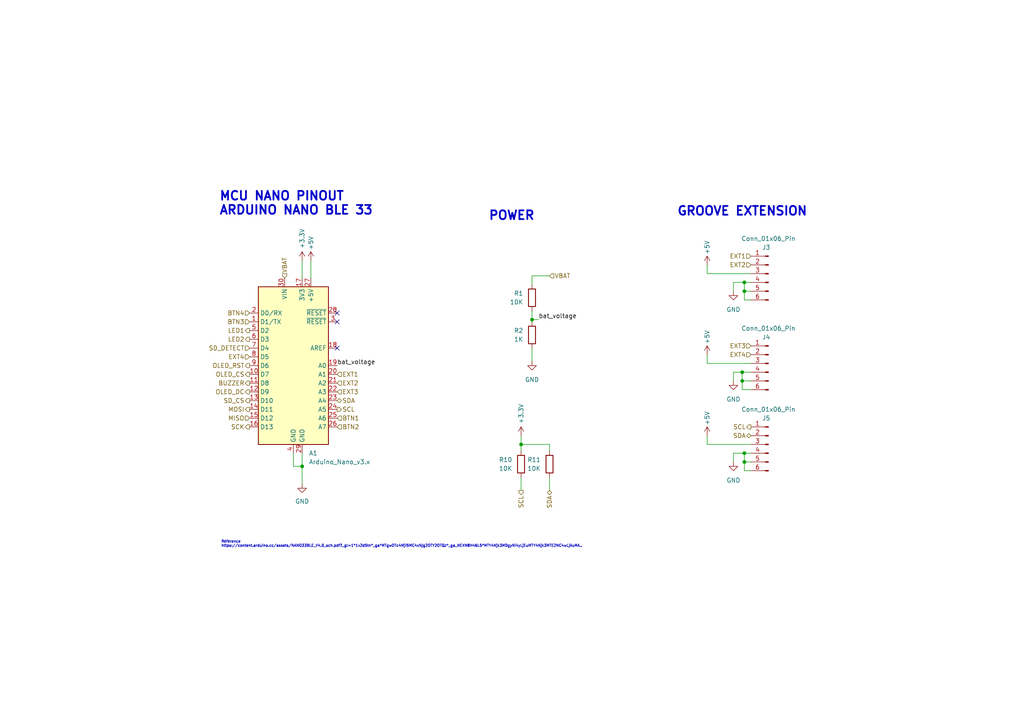
<source format=kicad_sch>
(kicad_sch (version 20250114) (generator "eeschema") (generator_version "9.0")
  (paper "A4")
  (title_block (date "2025-06-05") (rev "1.1") (company "IngRéadapt UL") (comment 1 "Autheur : Marc-Antoine Guay"))
  (lib_symbols
    (symbol "Connector:Conn_01x06_Pin" (pin_names (offset 1.016) (hide yes))
      (property "Reference" "J" (at 0 7.62 0))
      (property "Value" "Conn_01x06_Pin" (at 0 -10.16 0))
      (symbol "Conn_01x06_Pin_1_1"
        (rectangle (start 0.8636 5.207) (end 0 4.953) (stroke (width 0.1524)) (fill (type outline)))
        (rectangle (start 0.8636 2.667) (end 0 2.413) (stroke (width 0.1524)) (fill (type outline)))
        (rectangle (start 0.8636 0.127) (end 0 -0.127) (stroke (width 0.1524)) (fill (type outline)))
        (rectangle (start 0.8636 -2.413) (end 0 -2.667) (stroke (width 0.1524)) (fill (type outline)))
        (rectangle (start 0.8636 -4.953) (end 0 -5.207) (stroke (width 0.1524)) (fill (type outline)))
        (rectangle (start 0.8636 -7.493) (end 0 -7.747) (stroke (width 0.1524)) (fill (type outline)))
        (polyline (pts (xy 1.27 5.08) (xy 0.8636 5.08)) (stroke (width 0.1524)))
        (polyline (pts (xy 1.27 2.54) (xy 0.8636 2.54)) (stroke (width 0.1524)))
        (polyline (pts (xy 1.27 0) (xy 0.8636 0)) (stroke (width 0.1524)))
        (polyline (pts (xy 1.27 -2.54) (xy 0.8636 -2.54)) (stroke (width 0.1524)))
        (polyline (pts (xy 1.27 -5.08) (xy 0.8636 -5.08)) (stroke (width 0.1524)))
        (polyline (pts (xy 1.27 -7.62) (xy 0.8636 -7.62)) (stroke (width 0.1524)))
        (pin passive line (at 5.08 5.08 180) (length 3.81) (name "Pin_1") (number "1"))
        (pin passive line (at 5.08 2.54 180) (length 3.81) (name "Pin_2") (number "2"))
        (pin passive line (at 5.08 0 180) (length 3.81) (name "Pin_3") (number "3"))
        (pin passive line (at 5.08 -2.54 180) (length 3.81) (name "Pin_4") (number "4"))
        (pin passive line (at 5.08 -5.08 180) (length 3.81) (name "Pin_5") (number "5"))
        (pin passive line (at 5.08 -7.62 180) (length 3.81) (name "Pin_6") (number "6"))
      )
    )
    (symbol "Device:R" (pin_numbers (hide yes)) (pin_names (offset 0))
      (property "Reference" "R" (at 2.032 0 90))
      (property "Value" "R" (at 0 0 90))
      (symbol "R_0_1"
        (rectangle (start -1.016 -2.54) (end 1.016 2.54) (stroke (width 0.254)))
      )
      (symbol "R_1_1"
        (pin passive line (at 0 3.81 270) (length 1.27) (name "~") (number "1"))
        (pin passive line (at 0 -3.81 90) (length 1.27) (name "~") (number "2"))
      )
    )
    (symbol "MCU_Module:Arduino_Nano_v3.x"
      (property "Reference" "A" (at -10.16 23.495 0))
      (property "Value" "Arduino_Nano_v3.x" (at 5.08 -24.13 0))
      (symbol "Arduino_Nano_v3.x_0_1"
        (rectangle (start -10.16 22.86) (end 10.16 -22.86) (stroke (width 0.254)) (fill (type background)))
      )
      (symbol "Arduino_Nano_v3.x_1_1"
        (pin bidirectional line (at -12.7 15.24 0) (length 2.54) (name "D0/RX") (number "2"))
        (pin bidirectional line (at -12.7 12.7 0) (length 2.54) (name "D1/TX") (number "1"))
        (pin bidirectional line (at -12.7 10.16 0) (length 2.54) (name "D2") (number "5"))
        (pin bidirectional line (at -12.7 7.62 0) (length 2.54) (name "D3") (number "6"))
        (pin bidirectional line (at -12.7 5.08 0) (length 2.54) (name "D4") (number "7"))
        (pin bidirectional line (at -12.7 2.54 0) (length 2.54) (name "D5") (number "8"))
        (pin bidirectional line (at -12.7 0 0) (length 2.54) (name "D6") (number "9"))
        (pin bidirectional line (at -12.7 -2.54 0) (length 2.54) (name "D7") (number "10"))
        (pin bidirectional line (at -12.7 -5.08 0) (length 2.54) (name "D8") (number "11"))
        (pin bidirectional line (at -12.7 -7.62 0) (length 2.54) (name "D9") (number "12"))
        (pin bidirectional line (at -12.7 -10.16 0) (length 2.54) (name "D10") (number "13"))
        (pin bidirectional line (at -12.7 -12.7 0) (length 2.54) (name "D11") (number "14"))
        (pin bidirectional line (at -12.7 -15.24 0) (length 2.54) (name "D12") (number "15"))
        (pin bidirectional line (at -12.7 -17.78 0) (length 2.54) (name "D13") (number "16"))
        (pin power_in line (at -2.54 25.4 270) (length 2.54) (name "VIN") (number "30"))
        (pin power_in line (at 0 -25.4 90) (length 2.54) (name "GND") (number "4"))
        (pin power_out line (at 2.54 25.4 270) (length 2.54) (name "3V3") (number "17"))
        (pin power_in line (at 2.54 -25.4 90) (length 2.54) (name "GND") (number "29"))
        (pin power_out line (at 5.08 25.4 270) (length 2.54) (name "+5V") (number "27"))
        (pin input line (at 12.7 15.24 180) (length 2.54) (name "~{RESET}") (number "28"))
        (pin input line (at 12.7 12.7 180) (length 2.54) (name "~{RESET}") (number "3"))
        (pin input line (at 12.7 5.08 180) (length 2.54) (name "AREF") (number "18"))
        (pin bidirectional line (at 12.7 0 180) (length 2.54) (name "A0") (number "19"))
        (pin bidirectional line (at 12.7 -2.54 180) (length 2.54) (name "A1") (number "20"))
        (pin bidirectional line (at 12.7 -5.08 180) (length 2.54) (name "A2") (number "21"))
        (pin bidirectional line (at 12.7 -7.62 180) (length 2.54) (name "A3") (number "22"))
        (pin bidirectional line (at 12.7 -10.16 180) (length 2.54) (name "A4") (number "23"))
        (pin bidirectional line (at 12.7 -12.7 180) (length 2.54) (name "A5") (number "24"))
        (pin bidirectional line (at 12.7 -15.24 180) (length 2.54) (name "A6") (number "25"))
        (pin bidirectional line (at 12.7 -17.78 180) (length 2.54) (name "A7") (number "26"))
      )
    )
    (symbol "power:+3.3V" (power) (pin_names (offset 0))
      (property "Value" "+3.3V" (at 0 3.556 0))
      (symbol "+3.3V_0_1"
        (polyline (pts (xy -0.762 1.27) (xy 0 2.54)))
        (polyline (pts (xy 0 2.54) (xy 0.762 1.27)))
        (polyline (pts (xy 0 0) (xy 0 2.54)))
      )
      (symbol "+3.3V_1_1"
        (pin power_in line (at 0 0 90) (length 0) (hide yes) (name "+3.3V") (number "1"))
      )
    )
    (symbol "power:+5V" (power) (pin_names (offset 0))
      (property "Value" "+5V" (at 0 3.556 0))
      (symbol "+5V_0_1"
        (polyline (pts (xy -0.762 1.27) (xy 0 2.54)))
        (polyline (pts (xy 0 2.54) (xy 0.762 1.27)))
        (polyline (pts (xy 0 0) (xy 0 2.54)))
      )
      (symbol "+5V_1_1"
        (pin power_in line (at 0 0 90) (length 0) (hide yes) (name "+5V") (number "1"))
      )
    )
    (symbol "power:GND" (power) (pin_names (offset 0))
      (property "Value" "GND" (at 0 -3.81 0))
      (symbol "GND_0_1"
        (polyline (pts (xy 0 0) (xy 0 -1.27) (xy 1.27 -1.27) (xy 0 -2.54) (xy -1.27 -1.27) (xy 0 -1.27)))
      )
      (symbol "GND_1_1"
        (pin power_in line (at 0 0 270) (length 0) (hide yes) (name "GND") (number "1"))
      )
    )
  )
  (text "MCU NANO PINOUT\nARDUINO NANO BLE 33\n\n" (at 63.5 66.675 0) (effects (font (size 2.54 2.54) (thickness 0.508) (bold yes)) (justify left bottom)))
  (text "Référence\nhttps://content.arduino.cc/assets/NANO33BLE_V4.0_sch.pdf?_gl=1*1v2d5tn*_ga*MTgwOTc4MjI5MC4xNjg2OTY2OTQz*_ga_NEXN8H46L5*MTY4Njk3MDgyNi4yLjEuMTY4Njk3MTE2NC4wLjAuMA.." (at 64.135 158.877 0) (effects (font (size 0.75 0.75)) (justify left bottom)))
  (text "GROOVE EXTENSION" (at 234.315 62.865 0) (effects (font (size 2.54 2.54) (thickness 0.508) (bold yes)) (justify right bottom)))
  (text "POWER" (at 141.605 64.135 0) (effects (font (size 2.54 2.54) (thickness 0.508) (bold yes)) (justify left bottom)))
  (junction (at 154.305 92.71))
  (junction (at 215.9 81.915))
  (junction (at 87.63 135.255))
  (junction (at 215.9 133.985))
  (junction (at 215.9 131.445))
  (junction (at 215.9 84.455))
  (junction (at 215.265 110.49))
  (junction (at 215.265 107.95))
  (junction (at 151.13 128.905))
  (no_connect (at 97.79 100.965))
  (no_connect (at 97.79 93.345))
  (no_connect (at 97.79 90.805))
  (wire (pts (xy 159.385 80.01) (xy 154.305 80.01)))
  (wire (pts (xy 87.63 75.565) (xy 87.63 80.645)))
  (wire (pts (xy 205.105 128.905) (xy 217.805 128.905)))
  (wire (pts (xy 205.105 105.41) (xy 217.805 105.41)))
  (wire (pts (xy 85.09 131.445) (xy 85.09 135.255)))
  (wire (pts (xy 205.105 79.375) (xy 217.805 79.375)))
  (wire (pts (xy 90.17 75.565) (xy 90.17 80.645)))
  (wire (pts (xy 159.385 138.43) (xy 159.385 142.24)))
  (wire (pts (xy 215.9 84.455) (xy 217.805 84.455)))
  (wire (pts (xy 85.09 135.255) (xy 87.63 135.255)))
  (wire (pts (xy 154.305 100.965) (xy 154.305 104.775)))
  (wire (pts (xy 215.9 131.445) (xy 217.805 131.445)))
  (wire (pts (xy 215.9 133.985) (xy 215.9 131.445)))
  (wire (pts (xy 215.9 136.525) (xy 215.9 133.985)))
  (wire (pts (xy 87.63 131.445) (xy 87.63 135.255)))
  (wire (pts (xy 215.9 81.915) (xy 217.805 81.915)))
  (wire (pts (xy 151.13 138.43) (xy 151.13 142.24)))
  (wire (pts (xy 212.725 81.915) (xy 215.9 81.915)))
  (wire (pts (xy 215.265 113.03) (xy 215.265 110.49)))
  (wire (pts (xy 159.385 128.905) (xy 151.13 128.905)))
  (wire (pts (xy 215.265 107.95) (xy 217.805 107.95)))
  (wire (pts (xy 215.9 84.455) (xy 215.9 81.915)))
  (wire (pts (xy 154.305 80.01) (xy 154.305 82.55)))
  (wire (pts (xy 87.63 135.255) (xy 87.63 140.335)))
  (wire (pts (xy 151.13 126.365) (xy 151.13 128.905)))
  (wire (pts (xy 217.805 136.525) (xy 215.9 136.525)))
  (wire (pts (xy 159.385 130.81) (xy 159.385 128.905)))
  (wire (pts (xy 212.725 131.445) (xy 215.9 131.445)))
  (wire (pts (xy 215.265 110.49) (xy 215.265 107.95)))
  (wire (pts (xy 205.105 126.365) (xy 205.105 128.905)))
  (wire (pts (xy 205.105 76.835) (xy 205.105 79.375)))
  (wire (pts (xy 154.305 92.71) (xy 154.305 93.345)))
  (wire (pts (xy 212.725 110.49) (xy 212.725 107.95)))
  (wire (pts (xy 215.265 110.49) (xy 217.805 110.49)))
  (wire (pts (xy 217.805 113.03) (xy 215.265 113.03)))
  (wire (pts (xy 215.9 133.985) (xy 217.805 133.985)))
  (wire (pts (xy 212.725 133.985) (xy 212.725 131.445)))
  (wire (pts (xy 217.805 86.995) (xy 215.9 86.995)))
  (wire (pts (xy 151.13 128.905) (xy 151.13 130.81)))
  (wire (pts (xy 154.305 90.17) (xy 154.305 92.71)))
  (wire (pts (xy 205.105 102.87) (xy 205.105 105.41)))
  (wire (pts (xy 154.305 92.71) (xy 156.21 92.71)))
  (wire (pts (xy 215.9 86.995) (xy 215.9 84.455)))
  (wire (pts (xy 212.725 107.95) (xy 215.265 107.95)))
  (wire (pts (xy 212.725 84.455) (xy 212.725 81.915)))
  (label "bat_voltage" (at 97.79 106.045 0))
  (label "bat_voltage" (at 156.21 92.71 0))
  (hierarchical_label "BTN1" (shape input) (at 97.79 121.285 0))
  (hierarchical_label "EXT1" (shape input) (at 217.805 74.295 180))
  (hierarchical_label "SDA" (shape bidirectional) (at 97.79 116.205 0))
  (hierarchical_label "EXT3" (shape input) (at 217.805 100.33 180))
  (hierarchical_label "EXT4" (shape input) (at 72.39 103.505 180))
  (hierarchical_label "SDA" (shape bidirectional) (at 159.385 142.24 270))
  (hierarchical_label "EXT2" (shape input) (at 217.805 76.835 180))
  (hierarchical_label "SCL" (shape output) (at 97.79 118.745 0))
  (hierarchical_label "SDA" (shape bidirectional) (at 217.805 126.365 180))
  (hierarchical_label "SCL" (shape output) (at 151.13 142.24 270))
  (hierarchical_label "SD_DETECT" (shape input) (at 72.39 100.965 180))
  (hierarchical_label "OLED_CS" (shape output) (at 72.39 108.585 180))
  (hierarchical_label "SCK" (shape output) (at 72.39 123.825 180))
  (hierarchical_label "MISO" (shape input) (at 72.39 121.285 180))
  (hierarchical_label "BTN2" (shape input) (at 97.79 123.825 0))
  (hierarchical_label "VBAT" (shape input) (at 159.385 80.01 0))
  (hierarchical_label "VBAT" (shape input) (at 82.55 80.645 90))
  (hierarchical_label "EXT1" (shape input) (at 97.79 108.585 0))
  (hierarchical_label "SD_CS" (shape output) (at 72.39 116.205 180))
  (hierarchical_label "MOSI" (shape output) (at 72.39 118.745 180))
  (hierarchical_label "OLED_DC" (shape output) (at 72.39 113.665 180))
  (hierarchical_label "EXT2" (shape input) (at 97.79 111.125 0))
  (hierarchical_label "BTN3" (shape input) (at 72.39 93.345 180))
  (hierarchical_label "BUZZER" (shape output) (at 72.39 111.125 180))
  (hierarchical_label "SCL" (shape output) (at 217.805 123.825 180))
  (hierarchical_label "EXT4" (shape input) (at 217.805 102.87 180))
  (hierarchical_label "LED2" (shape output) (at 72.39 98.425 180))
  (hierarchical_label "LED1" (shape output) (at 72.39 95.885 180))
  (hierarchical_label "EXT3" (shape input) (at 97.79 113.665 0))
  (hierarchical_label "OLED_RST" (shape output) (at 72.39 106.045 180))
  (hierarchical_label "BTN4" (shape input) (at 72.39 90.805 180))
  (symbol (lib_id "power:GND") (at 212.725 133.985 0) (unit 1)
    (property "Reference" "#PWR013" (effects (hide yes)))
    (property "Value" "GND" (at 212.725 139.319 0))
  )
  (symbol (lib_id "power:GND") (at 212.725 110.49 0) (unit 1)
    (property "Reference" "#PWR012" (effects (hide yes)))
    (property "Value" "GND" (at 212.725 115.824 0))
  )
  (symbol (lib_id "Device:R") (at 154.305 97.155 0) (mirror y) (unit 1)
    (property "Reference" "R2" (at 151.765 95.885 0) (effects (justify left)))
    (property "Value" "1K" (at 151.765 98.425 0) (effects (justify left)))
    (property "Footprint" "Resistor_SMD:R_0603_1608Metric" (effects (hide yes)))
    (property "LCSC" "C21190" (effects (hide yes)))
  )
  (symbol (lib_id "power:GND") (at 154.305 104.775 0) (mirror y) (unit 1)
    (property "Reference" "#PWR07" (effects (hide yes)))
    (property "Value" "GND" (at 154.305 110.109 0))
  )
  (symbol (lib_id "power:+5V") (at 205.105 102.87 0) (mirror y) (unit 1)
    (property "Reference" "#PWR09" (effects (hide yes)))
    (property "Value" "+5V" (at 205.105 97.79 90))
  )
  (symbol (lib_id "power:+5V") (at 205.105 126.365 0) (mirror y) (unit 1)
    (property "Reference" "#PWR010" (effects (hide yes)))
    (property "Value" "+5V" (at 205.105 121.285 90))
  )
  (symbol (lib_id "MCU_Module:Arduino_Nano_v3.x") (at 85.09 106.045 0) (unit 1)
    (property "Reference" "A1" (at 89.5859 131.445 0) (effects (justify left)))
    (property "Value" "Arduino_Nano_v3.x" (at 89.5859 133.985 0) (effects (justify left)))
    (property "Footprint" "CentureResp:MODULE_ABX00027" (effects (hide yes)))
    (property "Datasheet" "http://www.mouser.com/pdfdocs/Gravitech_Arduino_Nano3_0.pdf" (effects (hide yes)))
  )
  (symbol (lib_id "Device:R") (at 159.385 134.62 0) (mirror y) (unit 1)
    (property "Reference" "R11" (at 156.845 133.35 0) (effects (justify left)))
    (property "Value" "10K" (at 156.845 135.89 0) (effects (justify left)))
    (property "Footprint" "Resistor_SMD:R_0603_1608Metric" (effects (hide yes)))
    (property "LCSC" "C25804" (effects (hide yes)))
  )
  (symbol (lib_id "power:+5V") (at 90.17 75.565 0) (unit 1)
    (property "Reference" "#PWR06" (effects (hide yes)))
    (property "Value" "+5V" (at 90.17 70.485 90))
  )
  (symbol (lib_id "power:GND") (at 87.63 140.335 0) (unit 1)
    (property "Reference" "#PWR05" (effects (hide yes)))
    (property "Value" "GND" (at 87.63 145.415 0))
  )
  (symbol (lib_id "Connector:Conn_01x06_Pin") (at 222.885 105.41 0) (mirror y) (unit 1)
    (property "Reference" "J4" (at 222.25 97.79 0))
    (property "Value" "Conn_01x06_Pin" (at 222.885 95.25 0))
    (property "Footprint" "CentureResp:CONN4_20164_SEE" (effects (hide yes)))
    (property "MPN" "Grove Conn" (effects (hide yes)))
  )
  (symbol (lib_id "Device:R") (at 151.13 134.62 0) (mirror y) (unit 1)
    (property "Reference" "R10" (at 148.59 133.35 0) (effects (justify left)))
    (property "Value" "10K" (at 148.59 135.89 0) (effects (justify left)))
    (property "Footprint" "Resistor_SMD:R_0603_1608Metric" (effects (hide yes)))
    (property "LCSC" "C25804" (effects (hide yes)))
  )
  (symbol (lib_id "power:+5V") (at 205.105 76.835 0) (mirror y) (unit 1)
    (property "Reference" "#PWR08" (effects (hide yes)))
    (property "Value" "+5V" (at 205.105 71.755 90))
  )
  (symbol (lib_id "Connector:Conn_01x06_Pin") (at 222.885 128.905 0) (mirror y) (unit 1)
    (property "Reference" "J5" (at 222.25 121.285 0))
    (property "Value" "Conn_01x06_Pin" (at 222.885 118.745 0))
    (property "Footprint" "CentureResp:CONN4_20164_SEE" (effects (hide yes)))
    (property "MPN" "Grove Conn" (effects (hide yes)))
  )
  (symbol (lib_id "power:+3.3V") (at 87.63 75.565 0) (unit 1)
    (property "Reference" "#PWR04" (effects (hide yes)))
    (property "Value" "+3.3V" (at 87.63 69.215 90))
  )
  (symbol (lib_id "power:GND") (at 212.725 84.455 0) (unit 1)
    (property "Reference" "#PWR011" (effects (hide yes)))
    (property "Value" "GND" (at 212.725 89.789 0))
  )
  (symbol (lib_id "power:+3.3V") (at 151.13 126.365 0) (unit 1)
    (property "Reference" "#PWR041" (effects (hide yes)))
    (property "Value" "+3.3V" (at 151.13 120.015 90))
  )
  (symbol (lib_id "Device:R") (at 154.305 86.36 0) (mirror y) (unit 1)
    (property "Reference" "R1" (at 151.765 85.09 0) (effects (justify left)))
    (property "Value" "10K" (at 151.765 87.63 0) (effects (justify left)))
    (property "Footprint" "Resistor_SMD:R_0603_1608Metric" (effects (hide yes)))
    (property "LCSC" "C25804" (effects (hide yes)))
  )
  (symbol (lib_id "Connector:Conn_01x06_Pin") (at 222.885 79.375 0) (mirror y) (unit 1)
    (property "Reference" "J3" (at 222.25 71.755 0))
    (property "Value" "Conn_01x06_Pin" (at 222.885 69.215 0))
    (property "Footprint" "CentureResp:CONN4_20164_SEE" (effects (hide yes)))
    (property "MPN" "Grove Conn" (effects (hide yes)))
  )
)
</source>
